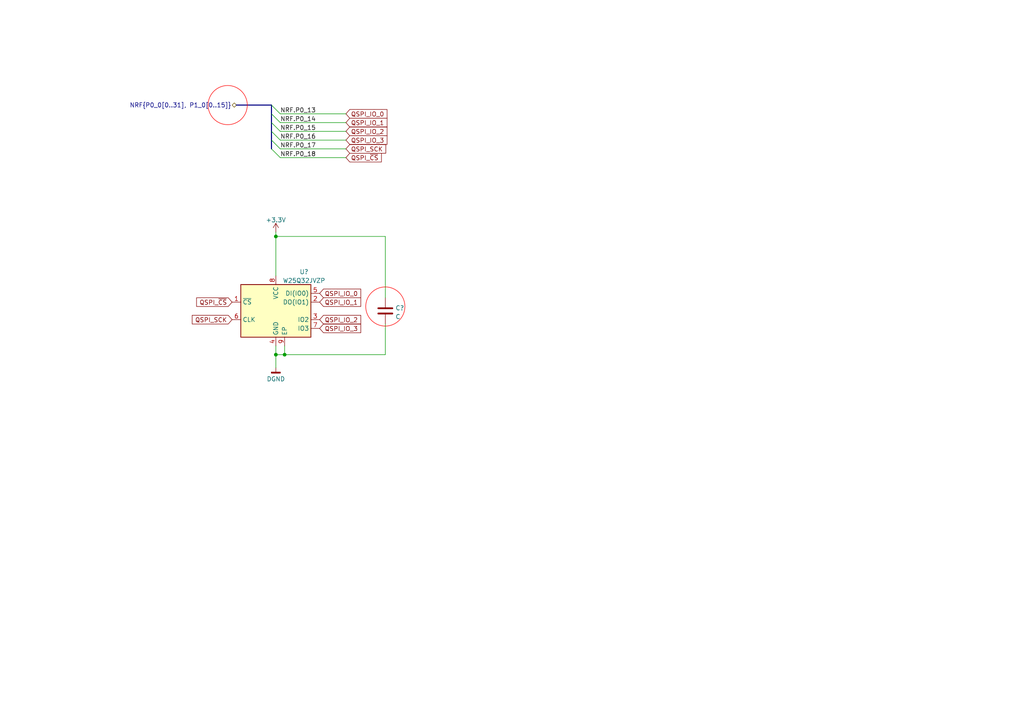
<source format=kicad_sch>
(kicad_sch (version 20230121) (generator eeschema)
  (paper "A4")
  (lib_symbols
    (symbol "0.Project:W25Q32JVZP"
      (property "Reference" "U" (at -8.89 8.89 0))
      (property "Value" "W25Q32JVZP" (at 7.62 8.89 0))
      (symbol "W25Q32JVZP_0_1"
        (rectangle (start -10.16 7.62) (end 10.16 -7.62) (stroke (width 0.254)) (fill (type background)))
      )
      (symbol "W25Q32JVZP_1_1"
        (pin input line (at -12.7 2.54 0) (length 2.54) (name "~{CS}") (number "1"))
        (pin bidirectional line (at 12.7 2.54 180) (length 2.54) (name "DO(IO1)") (number "2"))
        (pin bidirectional line (at 12.7 -2.54 180) (length 2.54) (name "IO2") (number "3"))
        (pin power_in line (at 0 -10.16 90) (length 2.54) (name "GND") (number "4"))
        (pin bidirectional line (at 12.7 5.08 180) (length 2.54) (name "DI(IO0)") (number "5"))
        (pin input line (at -12.7 -2.54 0) (length 2.54) (name "CLK") (number "6"))
        (pin bidirectional line (at 12.7 -5.08 180) (length 2.54) (name "IO3") (number "7"))
        (pin power_in line (at 0 10.16 270) (length 2.54) (name "VCC") (number "8"))
        (pin passive line (at 2.54 -10.16 90) (length 2.54) (name "EP") (number "9"))
      )
    )
    (symbol "0_power_symbols:+3.3V" (power) (pin_names (offset 0))
      (property "Value" "+3.3V" (at 0 3.556 0))
      (symbol "+3.3V_0_1"
        (polyline (pts (xy -0.762 1.27) (xy 0 2.54)))
        (polyline (pts (xy 0 0) (xy 0 2.54)))
        (polyline (pts (xy 0 2.54) (xy 0.762 1.27)))
      )
      (symbol "+3.3V_1_1"
        (pin power_in line (at 0 0 90) (length 0) hide (name "+3.3V") (number "1"))
      )
    )
    (symbol "0_power_symbols:DGND" (power) (pin_names (offset 0))
      (property "Value" "DGND" (at 0 -2.54 0))
      (symbol "DGND_0_1"
        (rectangle (start -1.27 -1.524) (end 1.27 -1.27) (stroke (width 0.254)) (fill (type outline)))
        (polyline (pts (xy 0 0) (xy 0 -1.524)))
      )
      (symbol "DGND_1_1"
        (pin power_in line (at 0 0 270) (length 0) hide (name "DGND") (number "1"))
      )
    )
    (symbol "Device:C" (pin_numbers hide) (pin_names (offset 0.254))
      (property "Reference" "C" (at 0.635 2.54 0))
      (property "Value" "C" (at 0.635 -2.54 0))
      (symbol "C_0_1"
        (polyline (pts (xy -2.032 -0.762) (xy 2.032 -0.762)) (stroke (width 0.508)))
        (polyline (pts (xy -2.032 0.762) (xy 2.032 0.762)) (stroke (width 0.508)))
      )
      (symbol "C_1_1"
        (pin passive line (at 0 3.81 270) (length 2.794) (name "~") (number "1"))
        (pin passive line (at 0 -3.81 90) (length 2.794) (name "~") (number "2"))
      )
    )
  )
  (junction (at 82.55 102.87))
  (junction (at 80.01 102.87))
  (junction (at 80.01 68.58))
  (bus_entry (at 78.74 33.02) (size 2.54 2.54))
  (bus_entry (at 78.74 38.1) (size 2.54 2.54))
  (bus_entry (at 78.74 30.48) (size 2.54 2.54))
  (bus_entry (at 78.74 40.64) (size 2.54 2.54))
  (bus_entry (at 78.74 43.18) (size 2.54 2.54))
  (bus_entry (at 78.74 35.56) (size 2.54 2.54))
  (bus (pts (xy 78.74 35.56) (xy 78.74 38.1)))
  (wire (pts (xy 82.55 102.87) (xy 80.01 102.87)))
  (wire (pts (xy 111.76 102.87) (xy 111.76 93.98)))
  (bus (pts (xy 78.74 30.48) (xy 78.74 33.02)))
  (wire (pts (xy 81.28 43.18) (xy 100.33 43.18)))
  (wire (pts (xy 81.28 33.02) (xy 100.33 33.02)))
  (wire (pts (xy 81.28 35.56) (xy 100.33 35.56)))
  (wire (pts (xy 81.28 40.64) (xy 100.33 40.64)))
  (bus (pts (xy 78.74 38.1) (xy 78.74 40.64)))
  (bus (pts (xy 78.74 33.02) (xy 78.74 35.56)))
  (wire (pts (xy 80.01 68.58) (xy 111.76 68.58)))
  (bus (pts (xy 68.58 30.48) (xy 78.74 30.48)))
  (wire (pts (xy 81.28 45.72) (xy 100.33 45.72)))
  (wire (pts (xy 82.55 102.87) (xy 111.76 102.87)))
  (wire (pts (xy 111.76 68.58) (xy 111.76 86.36)))
  (wire (pts (xy 80.01 100.33) (xy 80.01 102.87)))
  (wire (pts (xy 80.01 68.58) (xy 80.01 80.01)))
  (wire (pts (xy 80.01 102.87) (xy 80.01 106.68)))
  (bus (pts (xy 78.74 40.64) (xy 78.74 43.18)))
  (wire (pts (xy 81.28 38.1) (xy 100.33 38.1)))
  (wire (pts (xy 82.55 100.33) (xy 82.55 102.87)))
  (wire (pts (xy 80.01 67.31) (xy 80.01 68.58)))
  (circle (center 66.04 30.48) (radius 5.6796) (stroke (width 0) (color 255 0 0 1)))
  (circle (center 111.76 88.9) (radius 5.6796) (stroke (width 0) (color 255 0 0 1)))
  (label "NRF.P0_14" (at 81.28 35.56 0))
  (label "NRF.P0_17" (at 81.28 43.18 0))
  (label "NRF.P0_15" (at 81.28 38.1 0))
  (label "NRF.P0_13" (at 81.28 33.02 0))
  (label "NRF.P0_16" (at 81.28 40.64 0))
  (label "NRF.P0_18" (at 81.28 45.72 0))
  (global_label "QSPI_IO_0" (shape input) (at 100.33 33.02 0) (property "Intersheetrefs" "${INTERSHEET_REFS}" (effects hide)))
  (global_label "QSPI_IO_2" (shape input) (at 92.71 92.71 0) (property "Intersheetrefs" "${INTERSHEET_REFS}" (effects hide)))
  (global_label "QSPI_~{CS}" (shape input) (at 67.31 87.63 180) (property "Intersheetrefs" "${INTERSHEET_REFS}" (effects hide)))
  (global_label "QSPI_IO_3" (shape input) (at 100.33 40.64 0) (property "Intersheetrefs" "${INTERSHEET_REFS}" (effects hide)))
  (global_label "QSPI_IO_1" (shape input) (at 92.71 87.63 0) (property "Intersheetrefs" "${INTERSHEET_REFS}" (effects hide)))
  (global_label "QSPI_IO_1" (shape input) (at 100.33 35.56 0) (property "Intersheetrefs" "${INTERSHEET_REFS}" (effects hide)))
  (global_label "QSPI_SCK" (shape input) (at 67.31 92.71 180) (property "Intersheetrefs" "${INTERSHEET_REFS}" (effects hide)))
  (global_label "QSPI_SCK" (shape input) (at 100.33 43.18 0) (property "Intersheetrefs" "${INTERSHEET_REFS}" (effects hide)))
  (global_label "QSPI_IO_2" (shape input) (at 100.33 38.1 0) (property "Intersheetrefs" "${INTERSHEET_REFS}" (effects hide)))
  (global_label "QSPI_~{CS}" (shape input) (at 100.33 45.72 0) (property "Intersheetrefs" "${INTERSHEET_REFS}" (effects hide)))
  (global_label "QSPI_IO_3" (shape input) (at 92.71 95.25 0) (property "Intersheetrefs" "${INTERSHEET_REFS}" (effects hide)))
  (global_label "QSPI_IO_0" (shape input) (at 92.71 85.09 0) (property "Intersheetrefs" "${INTERSHEET_REFS}" (effects hide)))
  (hierarchical_label "NRF{P0_0[0..31], P1_0[0..15]}" (shape bidirectional) (at 68.58 30.48 180))
  (symbol (lib_id "0_power_symbols:+3.3V") (at 80.01 67.31 0) (unit 1)
    (property "Reference" "#PWR049" (effects hide))
    (property "Value" "+3.3V" (at 80.01 63.8081 0))
  )
  (symbol (lib_id "0.Project:W25Q32JVZP") (at 80.01 90.17 0) (unit 1)
    (property "Reference" "U?" (at 88.1866 78.8502 0))
    (property "Value" "W25Q32JVZP" (at 88.1866 81.3871 0))
    (property "Footprint" "0:W25QJVZP" (effects hide))
    (property "Datasheet" "http://www.winbond.com/resource-files/w25q32jv%20revg%2003272018%20plus.pdf" (effects hide))
    (instances (project "friendly-keyboard" (path "" (reference "U?") (unit 1)) (path "" (reference "U?") (unit 1)) (path "" (reference "U5") (unit 1))))
  )
  (symbol (lib_id "0_power_symbols:DGND") (at 80.01 106.68 0) (unit 1)
    (property "Reference" "#PWR050" (effects hide))
    (property "Value" "DGND" (at 80.01 109.9265 0))
  )
  (symbol (lib_id "Device:C") (at 111.76 90.17 0) (unit 1)
    (property "Reference" "C?" (at 114.681 89.3353 0) (effects (justify left)))
    (property "Value" "C" (at 114.681 91.8722 0) (effects (justify left)))
    (property "Footprint" "Capacitor_SMD:C_0402_1005Metric" (effects hide))
    (instances (project "friendly-keyboard" (path "" (reference "C?") (unit 1)) (path "" (reference "C?") (unit 1)) (path "" (reference "C31") (unit 1))))
  )
)
</source>
